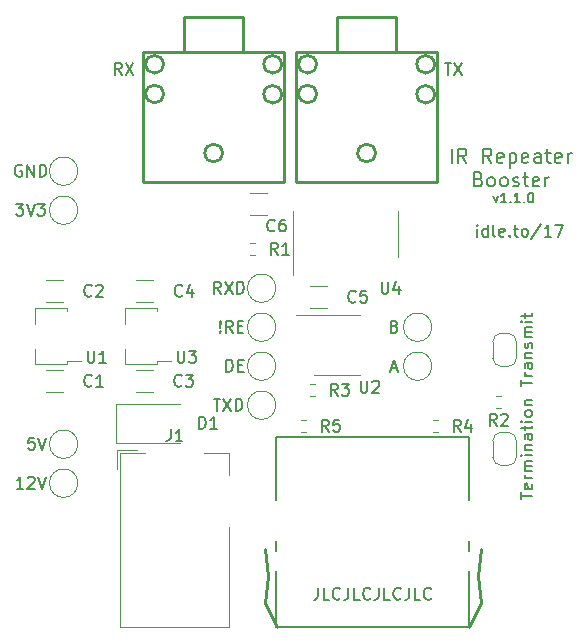
<source format=gbr>
%TF.GenerationSoftware,KiCad,Pcbnew,5.1.9-73d0e3b20d~88~ubuntu18.04.1*%
%TF.CreationDate,2021-03-21T00:17:26-07:00*%
%TF.ProjectId,ir-repeater-booster,69722d72-6570-4656-9174-65722d626f6f,1.1.0*%
%TF.SameCoordinates,Original*%
%TF.FileFunction,Legend,Top*%
%TF.FilePolarity,Positive*%
%FSLAX46Y46*%
G04 Gerber Fmt 4.6, Leading zero omitted, Abs format (unit mm)*
G04 Created by KiCad (PCBNEW 5.1.9-73d0e3b20d~88~ubuntu18.04.1) date 2021-03-21 00:17:26*
%MOMM*%
%LPD*%
G01*
G04 APERTURE LIST*
%ADD10C,0.150000*%
%ADD11C,0.200000*%
%ADD12C,0.120000*%
%ADD13C,0.254000*%
%ADD14C,0.201000*%
G04 APERTURE END LIST*
D10*
X101560761Y-65984380D02*
X101560761Y-65317714D01*
X101560761Y-64984380D02*
X101513142Y-65032000D01*
X101560761Y-65079619D01*
X101608380Y-65032000D01*
X101560761Y-64984380D01*
X101560761Y-65079619D01*
X102465523Y-65984380D02*
X102465523Y-64984380D01*
X102465523Y-65936761D02*
X102370285Y-65984380D01*
X102179809Y-65984380D01*
X102084571Y-65936761D01*
X102036952Y-65889142D01*
X101989333Y-65793904D01*
X101989333Y-65508190D01*
X102036952Y-65412952D01*
X102084571Y-65365333D01*
X102179809Y-65317714D01*
X102370285Y-65317714D01*
X102465523Y-65365333D01*
X103084571Y-65984380D02*
X102989333Y-65936761D01*
X102941714Y-65841523D01*
X102941714Y-64984380D01*
X103846476Y-65936761D02*
X103751238Y-65984380D01*
X103560761Y-65984380D01*
X103465523Y-65936761D01*
X103417904Y-65841523D01*
X103417904Y-65460571D01*
X103465523Y-65365333D01*
X103560761Y-65317714D01*
X103751238Y-65317714D01*
X103846476Y-65365333D01*
X103894095Y-65460571D01*
X103894095Y-65555809D01*
X103417904Y-65651047D01*
X104322666Y-65889142D02*
X104370285Y-65936761D01*
X104322666Y-65984380D01*
X104275047Y-65936761D01*
X104322666Y-65889142D01*
X104322666Y-65984380D01*
X104656000Y-65317714D02*
X105036952Y-65317714D01*
X104798857Y-64984380D02*
X104798857Y-65841523D01*
X104846476Y-65936761D01*
X104941714Y-65984380D01*
X105036952Y-65984380D01*
X105513142Y-65984380D02*
X105417904Y-65936761D01*
X105370285Y-65889142D01*
X105322666Y-65793904D01*
X105322666Y-65508190D01*
X105370285Y-65412952D01*
X105417904Y-65365333D01*
X105513142Y-65317714D01*
X105656000Y-65317714D01*
X105751238Y-65365333D01*
X105798857Y-65412952D01*
X105846476Y-65508190D01*
X105846476Y-65793904D01*
X105798857Y-65889142D01*
X105751238Y-65936761D01*
X105656000Y-65984380D01*
X105513142Y-65984380D01*
X106989333Y-64936761D02*
X106132190Y-66222476D01*
X107846476Y-65984380D02*
X107275047Y-65984380D01*
X107560761Y-65984380D02*
X107560761Y-64984380D01*
X107465523Y-65127238D01*
X107370285Y-65222476D01*
X107275047Y-65270095D01*
X108179809Y-64984380D02*
X108846476Y-64984380D01*
X108417904Y-65984380D01*
X88090952Y-95718380D02*
X88090952Y-96432666D01*
X88043333Y-96575523D01*
X87948095Y-96670761D01*
X87805238Y-96718380D01*
X87710000Y-96718380D01*
X89043333Y-96718380D02*
X88567142Y-96718380D01*
X88567142Y-95718380D01*
X89948095Y-96623142D02*
X89900476Y-96670761D01*
X89757619Y-96718380D01*
X89662380Y-96718380D01*
X89519523Y-96670761D01*
X89424285Y-96575523D01*
X89376666Y-96480285D01*
X89329047Y-96289809D01*
X89329047Y-96146952D01*
X89376666Y-95956476D01*
X89424285Y-95861238D01*
X89519523Y-95766000D01*
X89662380Y-95718380D01*
X89757619Y-95718380D01*
X89900476Y-95766000D01*
X89948095Y-95813619D01*
X90662380Y-95718380D02*
X90662380Y-96432666D01*
X90614761Y-96575523D01*
X90519523Y-96670761D01*
X90376666Y-96718380D01*
X90281428Y-96718380D01*
X91614761Y-96718380D02*
X91138571Y-96718380D01*
X91138571Y-95718380D01*
X92519523Y-96623142D02*
X92471904Y-96670761D01*
X92329047Y-96718380D01*
X92233809Y-96718380D01*
X92090952Y-96670761D01*
X91995714Y-96575523D01*
X91948095Y-96480285D01*
X91900476Y-96289809D01*
X91900476Y-96146952D01*
X91948095Y-95956476D01*
X91995714Y-95861238D01*
X92090952Y-95766000D01*
X92233809Y-95718380D01*
X92329047Y-95718380D01*
X92471904Y-95766000D01*
X92519523Y-95813619D01*
X93233809Y-95718380D02*
X93233809Y-96432666D01*
X93186190Y-96575523D01*
X93090952Y-96670761D01*
X92948095Y-96718380D01*
X92852857Y-96718380D01*
X94186190Y-96718380D02*
X93710000Y-96718380D01*
X93710000Y-95718380D01*
X95090952Y-96623142D02*
X95043333Y-96670761D01*
X94900476Y-96718380D01*
X94805238Y-96718380D01*
X94662380Y-96670761D01*
X94567142Y-96575523D01*
X94519523Y-96480285D01*
X94471904Y-96289809D01*
X94471904Y-96146952D01*
X94519523Y-95956476D01*
X94567142Y-95861238D01*
X94662380Y-95766000D01*
X94805238Y-95718380D01*
X94900476Y-95718380D01*
X95043333Y-95766000D01*
X95090952Y-95813619D01*
X95805238Y-95718380D02*
X95805238Y-96432666D01*
X95757619Y-96575523D01*
X95662380Y-96670761D01*
X95519523Y-96718380D01*
X95424285Y-96718380D01*
X96757619Y-96718380D02*
X96281428Y-96718380D01*
X96281428Y-95718380D01*
X97662380Y-96623142D02*
X97614761Y-96670761D01*
X97471904Y-96718380D01*
X97376666Y-96718380D01*
X97233809Y-96670761D01*
X97138571Y-96575523D01*
X97090952Y-96480285D01*
X97043333Y-96289809D01*
X97043333Y-96146952D01*
X97090952Y-95956476D01*
X97138571Y-95861238D01*
X97233809Y-95766000D01*
X97376666Y-95718380D01*
X97471904Y-95718380D01*
X97614761Y-95766000D01*
X97662380Y-95813619D01*
X102933714Y-62566571D02*
X103124190Y-63099904D01*
X103314666Y-62566571D01*
X104038476Y-63099904D02*
X103581333Y-63099904D01*
X103809904Y-63099904D02*
X103809904Y-62299904D01*
X103733714Y-62414190D01*
X103657523Y-62490380D01*
X103581333Y-62528476D01*
X104381333Y-63023714D02*
X104419428Y-63061809D01*
X104381333Y-63099904D01*
X104343238Y-63061809D01*
X104381333Y-63023714D01*
X104381333Y-63099904D01*
X105181333Y-63099904D02*
X104724190Y-63099904D01*
X104952761Y-63099904D02*
X104952761Y-62299904D01*
X104876571Y-62414190D01*
X104800380Y-62490380D01*
X104724190Y-62528476D01*
X105524190Y-63023714D02*
X105562285Y-63061809D01*
X105524190Y-63099904D01*
X105486095Y-63061809D01*
X105524190Y-63023714D01*
X105524190Y-63099904D01*
X106057523Y-62299904D02*
X106133714Y-62299904D01*
X106209904Y-62338000D01*
X106248000Y-62376095D01*
X106286095Y-62452285D01*
X106324190Y-62604666D01*
X106324190Y-62795142D01*
X106286095Y-62947523D01*
X106248000Y-63023714D01*
X106209904Y-63061809D01*
X106133714Y-63099904D01*
X106057523Y-63099904D01*
X105981333Y-63061809D01*
X105943238Y-63023714D01*
X105905142Y-62947523D01*
X105867047Y-62795142D01*
X105867047Y-62604666D01*
X105905142Y-62452285D01*
X105943238Y-62376095D01*
X105981333Y-62338000D01*
X106057523Y-62299904D01*
D11*
X99394000Y-59740857D02*
X99394000Y-58540857D01*
X100651142Y-59740857D02*
X100251142Y-59169428D01*
X99965428Y-59740857D02*
X99965428Y-58540857D01*
X100422571Y-58540857D01*
X100536857Y-58598000D01*
X100594000Y-58655142D01*
X100651142Y-58769428D01*
X100651142Y-58940857D01*
X100594000Y-59055142D01*
X100536857Y-59112285D01*
X100422571Y-59169428D01*
X99965428Y-59169428D01*
X102765428Y-59740857D02*
X102365428Y-59169428D01*
X102079714Y-59740857D02*
X102079714Y-58540857D01*
X102536857Y-58540857D01*
X102651142Y-58598000D01*
X102708285Y-58655142D01*
X102765428Y-58769428D01*
X102765428Y-58940857D01*
X102708285Y-59055142D01*
X102651142Y-59112285D01*
X102536857Y-59169428D01*
X102079714Y-59169428D01*
X103736857Y-59683714D02*
X103622571Y-59740857D01*
X103394000Y-59740857D01*
X103279714Y-59683714D01*
X103222571Y-59569428D01*
X103222571Y-59112285D01*
X103279714Y-58998000D01*
X103394000Y-58940857D01*
X103622571Y-58940857D01*
X103736857Y-58998000D01*
X103794000Y-59112285D01*
X103794000Y-59226571D01*
X103222571Y-59340857D01*
X104308285Y-58940857D02*
X104308285Y-60140857D01*
X104308285Y-58998000D02*
X104422571Y-58940857D01*
X104651142Y-58940857D01*
X104765428Y-58998000D01*
X104822571Y-59055142D01*
X104879714Y-59169428D01*
X104879714Y-59512285D01*
X104822571Y-59626571D01*
X104765428Y-59683714D01*
X104651142Y-59740857D01*
X104422571Y-59740857D01*
X104308285Y-59683714D01*
X105851142Y-59683714D02*
X105736857Y-59740857D01*
X105508285Y-59740857D01*
X105394000Y-59683714D01*
X105336857Y-59569428D01*
X105336857Y-59112285D01*
X105394000Y-58998000D01*
X105508285Y-58940857D01*
X105736857Y-58940857D01*
X105851142Y-58998000D01*
X105908285Y-59112285D01*
X105908285Y-59226571D01*
X105336857Y-59340857D01*
X106936857Y-59740857D02*
X106936857Y-59112285D01*
X106879714Y-58998000D01*
X106765428Y-58940857D01*
X106536857Y-58940857D01*
X106422571Y-58998000D01*
X106936857Y-59683714D02*
X106822571Y-59740857D01*
X106536857Y-59740857D01*
X106422571Y-59683714D01*
X106365428Y-59569428D01*
X106365428Y-59455142D01*
X106422571Y-59340857D01*
X106536857Y-59283714D01*
X106822571Y-59283714D01*
X106936857Y-59226571D01*
X107336857Y-58940857D02*
X107794000Y-58940857D01*
X107508285Y-58540857D02*
X107508285Y-59569428D01*
X107565428Y-59683714D01*
X107679714Y-59740857D01*
X107794000Y-59740857D01*
X108651142Y-59683714D02*
X108536857Y-59740857D01*
X108308285Y-59740857D01*
X108194000Y-59683714D01*
X108136857Y-59569428D01*
X108136857Y-59112285D01*
X108194000Y-58998000D01*
X108308285Y-58940857D01*
X108536857Y-58940857D01*
X108651142Y-58998000D01*
X108708285Y-59112285D01*
X108708285Y-59226571D01*
X108136857Y-59340857D01*
X109222571Y-59740857D02*
X109222571Y-58940857D01*
X109222571Y-59169428D02*
X109279714Y-59055142D01*
X109336857Y-58998000D01*
X109451142Y-58940857D01*
X109565428Y-58940857D01*
X101679714Y-61112285D02*
X101851142Y-61169428D01*
X101908285Y-61226571D01*
X101965428Y-61340857D01*
X101965428Y-61512285D01*
X101908285Y-61626571D01*
X101851142Y-61683714D01*
X101736857Y-61740857D01*
X101279714Y-61740857D01*
X101279714Y-60540857D01*
X101679714Y-60540857D01*
X101794000Y-60598000D01*
X101851142Y-60655142D01*
X101908285Y-60769428D01*
X101908285Y-60883714D01*
X101851142Y-60998000D01*
X101794000Y-61055142D01*
X101679714Y-61112285D01*
X101279714Y-61112285D01*
X102651142Y-61740857D02*
X102536857Y-61683714D01*
X102479714Y-61626571D01*
X102422571Y-61512285D01*
X102422571Y-61169428D01*
X102479714Y-61055142D01*
X102536857Y-60998000D01*
X102651142Y-60940857D01*
X102822571Y-60940857D01*
X102936857Y-60998000D01*
X102994000Y-61055142D01*
X103051142Y-61169428D01*
X103051142Y-61512285D01*
X102994000Y-61626571D01*
X102936857Y-61683714D01*
X102822571Y-61740857D01*
X102651142Y-61740857D01*
X103736857Y-61740857D02*
X103622571Y-61683714D01*
X103565428Y-61626571D01*
X103508285Y-61512285D01*
X103508285Y-61169428D01*
X103565428Y-61055142D01*
X103622571Y-60998000D01*
X103736857Y-60940857D01*
X103908285Y-60940857D01*
X104022571Y-60998000D01*
X104079714Y-61055142D01*
X104136857Y-61169428D01*
X104136857Y-61512285D01*
X104079714Y-61626571D01*
X104022571Y-61683714D01*
X103908285Y-61740857D01*
X103736857Y-61740857D01*
X104594000Y-61683714D02*
X104708285Y-61740857D01*
X104936857Y-61740857D01*
X105051142Y-61683714D01*
X105108285Y-61569428D01*
X105108285Y-61512285D01*
X105051142Y-61398000D01*
X104936857Y-61340857D01*
X104765428Y-61340857D01*
X104651142Y-61283714D01*
X104594000Y-61169428D01*
X104594000Y-61112285D01*
X104651142Y-60998000D01*
X104765428Y-60940857D01*
X104936857Y-60940857D01*
X105051142Y-60998000D01*
X105451142Y-60940857D02*
X105908285Y-60940857D01*
X105622571Y-60540857D02*
X105622571Y-61569428D01*
X105679714Y-61683714D01*
X105794000Y-61740857D01*
X105908285Y-61740857D01*
X106765428Y-61683714D02*
X106651142Y-61740857D01*
X106422571Y-61740857D01*
X106308285Y-61683714D01*
X106251142Y-61569428D01*
X106251142Y-61112285D01*
X106308285Y-60998000D01*
X106422571Y-60940857D01*
X106651142Y-60940857D01*
X106765428Y-60998000D01*
X106822571Y-61112285D01*
X106822571Y-61226571D01*
X106251142Y-61340857D01*
X107336857Y-61740857D02*
X107336857Y-60940857D01*
X107336857Y-61169428D02*
X107394000Y-61055142D01*
X107451142Y-60998000D01*
X107565428Y-60940857D01*
X107679714Y-60940857D01*
D10*
X71461333Y-52268380D02*
X71128000Y-51792190D01*
X70889904Y-52268380D02*
X70889904Y-51268380D01*
X71270857Y-51268380D01*
X71366095Y-51316000D01*
X71413714Y-51363619D01*
X71461333Y-51458857D01*
X71461333Y-51601714D01*
X71413714Y-51696952D01*
X71366095Y-51744571D01*
X71270857Y-51792190D01*
X70889904Y-51792190D01*
X71794666Y-51268380D02*
X72461333Y-52268380D01*
X72461333Y-51268380D02*
X71794666Y-52268380D01*
X98806095Y-51268380D02*
X99377523Y-51268380D01*
X99091809Y-52268380D02*
X99091809Y-51268380D01*
X99615619Y-51268380D02*
X100282285Y-52268380D01*
X100282285Y-51268380D02*
X99615619Y-52268380D01*
D12*
%TO.C,C6*%
X83769252Y-64156000D02*
X82346748Y-64156000D01*
X83769252Y-62336000D02*
X82346748Y-62336000D01*
%TO.C,U4*%
X94859000Y-65786000D02*
X94859000Y-63836000D01*
X94859000Y-65786000D02*
X94859000Y-67736000D01*
X85989000Y-65786000D02*
X85989000Y-63836000D01*
X85989000Y-65786000D02*
X85989000Y-69236000D01*
%TO.C,R5*%
X86630742Y-81519500D02*
X87105258Y-81519500D01*
X86630742Y-82564500D02*
X87105258Y-82564500D01*
%TO.C,R4*%
X97806742Y-81519500D02*
X98281258Y-81519500D01*
X97806742Y-82564500D02*
X98281258Y-82564500D01*
D13*
%TO.C,RX1*%
X81763000Y-47368000D02*
X81763000Y-50368000D01*
X76763000Y-47368000D02*
X81763000Y-47368000D01*
X76763000Y-50368000D02*
X76763000Y-47368000D01*
X85242000Y-61391000D02*
X85242000Y-50391000D01*
X73242000Y-61391000D02*
X85242000Y-61391000D01*
X73242000Y-50391000D02*
X73242000Y-61391000D01*
X85242000Y-50391000D02*
X73242000Y-50391000D01*
X79996994Y-58912302D02*
G75*
G03*
X79997000Y-58925000I-749994J-6698D01*
G01*
X74999008Y-53906763D02*
G75*
G03*
X74999000Y-53922000I-750008J-7237D01*
G01*
X74998994Y-51391302D02*
G75*
G03*
X74999000Y-51404000I-749994J-6698D01*
G01*
X84998994Y-53931302D02*
G75*
G03*
X84999000Y-53944000I-749994J-6698D01*
G01*
X84998994Y-51391302D02*
G75*
G03*
X84999000Y-51404000I-749994J-6698D01*
G01*
%TO.C,TX1*%
X94715000Y-47368000D02*
X94715000Y-50368000D01*
X89715000Y-47368000D02*
X94715000Y-47368000D01*
X89715000Y-50368000D02*
X89715000Y-47368000D01*
X98194000Y-61391000D02*
X98194000Y-50391000D01*
X86194000Y-61391000D02*
X98194000Y-61391000D01*
X86194000Y-50391000D02*
X86194000Y-61391000D01*
X98194000Y-50391000D02*
X86194000Y-50391000D01*
X92948994Y-58912302D02*
G75*
G03*
X92949000Y-58925000I-749994J-6698D01*
G01*
X87951008Y-53906763D02*
G75*
G03*
X87951000Y-53922000I-750008J-7237D01*
G01*
X87950994Y-51391302D02*
G75*
G03*
X87951000Y-51404000I-749994J-6698D01*
G01*
X97950994Y-53931302D02*
G75*
G03*
X97951000Y-53944000I-749994J-6698D01*
G01*
X97950994Y-51391302D02*
G75*
G03*
X97951000Y-51404000I-749994J-6698D01*
G01*
D12*
%TO.C,TP10*%
X67748000Y-60452000D02*
G75*
G03*
X67748000Y-60452000I-1200000J0D01*
G01*
%TO.C,C5*%
X88849252Y-72030000D02*
X87426748Y-72030000D01*
X88849252Y-70210000D02*
X87426748Y-70210000D01*
%TO.C,J1*%
X80546000Y-90544000D02*
X80546000Y-99044000D01*
X80546000Y-99044000D02*
X71346000Y-99044000D01*
X71346000Y-99044000D02*
X71346000Y-84344000D01*
X78446000Y-84344000D02*
X80546000Y-84344000D01*
X80546000Y-84344000D02*
X80546000Y-86144000D01*
X72746000Y-84044000D02*
X71046000Y-84044000D01*
X71046000Y-84044000D02*
X71046000Y-85644000D01*
X71346000Y-84344000D02*
X73446000Y-84344000D01*
%TO.C,TP9*%
X67748000Y-63754000D02*
G75*
G03*
X67748000Y-63754000I-1200000J0D01*
G01*
%TO.C,TP8*%
X67748000Y-83566000D02*
G75*
G03*
X67748000Y-83566000I-1200000J0D01*
G01*
%TO.C,TP7*%
X67748000Y-86868000D02*
G75*
G03*
X67748000Y-86868000I-1200000J0D01*
G01*
%TO.C,TP6*%
X97720000Y-73660000D02*
G75*
G03*
X97720000Y-73660000I-1200000J0D01*
G01*
%TO.C,TP5*%
X97720000Y-76962000D02*
G75*
G03*
X97720000Y-76962000I-1200000J0D01*
G01*
%TO.C,TP4*%
X84512000Y-80264000D02*
G75*
G03*
X84512000Y-80264000I-1200000J0D01*
G01*
%TO.C,TP3*%
X84512000Y-70358000D02*
G75*
G03*
X84512000Y-70358000I-1200000J0D01*
G01*
%TO.C,TP2*%
X84512000Y-76962000D02*
G75*
G03*
X84512000Y-76962000I-1200000J0D01*
G01*
%TO.C,TP1*%
X84512000Y-73660000D02*
G75*
G03*
X84512000Y-73660000I-1200000J0D01*
G01*
%TO.C,U3*%
X71746000Y-73372000D02*
X71746000Y-72062000D01*
X71746000Y-72062000D02*
X74466000Y-72062000D01*
X75606000Y-76552000D02*
X74466000Y-76552000D01*
X71746000Y-76782000D02*
X71746000Y-75472000D01*
X74466000Y-76782000D02*
X71746000Y-76782000D01*
X74466000Y-76782000D02*
X74466000Y-76552000D01*
X74466000Y-72062000D02*
X74466000Y-72292000D01*
%TO.C,U2*%
X89662000Y-77744000D02*
X91612000Y-77744000D01*
X89662000Y-77744000D02*
X87712000Y-77744000D01*
X89662000Y-72624000D02*
X91612000Y-72624000D01*
X89662000Y-72624000D02*
X86212000Y-72624000D01*
%TO.C,U1*%
X64126000Y-73372000D02*
X64126000Y-72062000D01*
X64126000Y-72062000D02*
X66846000Y-72062000D01*
X67986000Y-76552000D02*
X66846000Y-76552000D01*
X64126000Y-76782000D02*
X64126000Y-75472000D01*
X66846000Y-76782000D02*
X64126000Y-76782000D01*
X66846000Y-76782000D02*
X66846000Y-76552000D01*
X66846000Y-72062000D02*
X66846000Y-72292000D01*
%TO.C,R3*%
X87392742Y-78471500D02*
X87867258Y-78471500D01*
X87392742Y-79516500D02*
X87867258Y-79516500D01*
%TO.C,R2*%
X103615258Y-80532500D02*
X103140742Y-80532500D01*
X103615258Y-79487500D02*
X103140742Y-79487500D01*
%TO.C,R1*%
X82312742Y-66533500D02*
X82787258Y-66533500D01*
X82312742Y-67578500D02*
X82787258Y-67578500D01*
%TO.C,JP2*%
X104186000Y-76980000D02*
X103586000Y-76980000D01*
X104886000Y-74880000D02*
X104886000Y-76280000D01*
X103586000Y-74180000D02*
X104186000Y-74180000D01*
X102886000Y-76280000D02*
X102886000Y-74880000D01*
X103586000Y-76980000D02*
G75*
G02*
X102886000Y-76280000I0J700000D01*
G01*
X104886000Y-76280000D02*
G75*
G02*
X104186000Y-76980000I-700000J0D01*
G01*
X104186000Y-74180000D02*
G75*
G02*
X104886000Y-74880000I0J-700000D01*
G01*
X102886000Y-74880000D02*
G75*
G02*
X103586000Y-74180000I700000J0D01*
G01*
%TO.C,JP1*%
X104186000Y-85362000D02*
X103586000Y-85362000D01*
X104886000Y-83262000D02*
X104886000Y-84662000D01*
X103586000Y-82562000D02*
X104186000Y-82562000D01*
X102886000Y-84662000D02*
X102886000Y-83262000D01*
X103586000Y-85362000D02*
G75*
G02*
X102886000Y-84662000I0J700000D01*
G01*
X104886000Y-84662000D02*
G75*
G02*
X104186000Y-85362000I-700000J0D01*
G01*
X104186000Y-82562000D02*
G75*
G02*
X104886000Y-83262000I0J-700000D01*
G01*
X102886000Y-83262000D02*
G75*
G02*
X103586000Y-82562000I700000J0D01*
G01*
D14*
%TO.C,J2*%
X84526000Y-92616000D02*
X84526000Y-91758000D01*
X100907000Y-88311000D02*
X100907000Y-82995000D01*
X100907000Y-82995000D02*
X99380000Y-82995000D01*
X84526000Y-88311000D02*
X84526000Y-82995000D01*
X84526000Y-82995000D02*
X88344000Y-82995000D01*
X100907000Y-92616000D02*
X100907000Y-91758000D01*
X100907000Y-94310000D02*
X100907000Y-99057000D01*
X100907000Y-99057000D02*
X84526000Y-99057000D01*
X84526000Y-99057000D02*
X84526000Y-94310000D01*
X99652000Y-82995000D02*
X88102000Y-82995000D01*
D13*
X84582000Y-99057000D02*
X83566000Y-97025000D01*
X83566000Y-97025000D02*
X83820000Y-94739000D01*
X83820000Y-94739000D02*
X83566000Y-92453000D01*
X100838000Y-99057000D02*
X101854000Y-97025000D01*
X101854000Y-97025000D02*
X101600000Y-94739000D01*
X101600000Y-94739000D02*
X101854000Y-92453000D01*
D12*
%TO.C,D1*%
X71022000Y-80138000D02*
X71022000Y-83438000D01*
X71022000Y-83438000D02*
X76422000Y-83438000D01*
X71022000Y-80138000D02*
X76422000Y-80138000D01*
%TO.C,C4*%
X74117252Y-71522000D02*
X72694748Y-71522000D01*
X74117252Y-69702000D02*
X72694748Y-69702000D01*
%TO.C,C3*%
X72694748Y-77322000D02*
X74117252Y-77322000D01*
X72694748Y-79142000D02*
X74117252Y-79142000D01*
%TO.C,C2*%
X66497252Y-71522000D02*
X65074748Y-71522000D01*
X66497252Y-69702000D02*
X65074748Y-69702000D01*
%TO.C,C1*%
X65074748Y-77322000D02*
X66497252Y-77322000D01*
X65074748Y-79142000D02*
X66497252Y-79142000D01*
%TO.C,C6*%
D10*
X84415333Y-65453142D02*
X84367714Y-65500761D01*
X84224857Y-65548380D01*
X84129619Y-65548380D01*
X83986761Y-65500761D01*
X83891523Y-65405523D01*
X83843904Y-65310285D01*
X83796285Y-65119809D01*
X83796285Y-64976952D01*
X83843904Y-64786476D01*
X83891523Y-64691238D01*
X83986761Y-64596000D01*
X84129619Y-64548380D01*
X84224857Y-64548380D01*
X84367714Y-64596000D01*
X84415333Y-64643619D01*
X85272476Y-64548380D02*
X85082000Y-64548380D01*
X84986761Y-64596000D01*
X84939142Y-64643619D01*
X84843904Y-64786476D01*
X84796285Y-64976952D01*
X84796285Y-65357904D01*
X84843904Y-65453142D01*
X84891523Y-65500761D01*
X84986761Y-65548380D01*
X85177238Y-65548380D01*
X85272476Y-65500761D01*
X85320095Y-65453142D01*
X85367714Y-65357904D01*
X85367714Y-65119809D01*
X85320095Y-65024571D01*
X85272476Y-64976952D01*
X85177238Y-64929333D01*
X84986761Y-64929333D01*
X84891523Y-64976952D01*
X84843904Y-65024571D01*
X84796285Y-65119809D01*
%TO.C,U4*%
X93472095Y-69810380D02*
X93472095Y-70619904D01*
X93519714Y-70715142D01*
X93567333Y-70762761D01*
X93662571Y-70810380D01*
X93853047Y-70810380D01*
X93948285Y-70762761D01*
X93995904Y-70715142D01*
X94043523Y-70619904D01*
X94043523Y-69810380D01*
X94948285Y-70143714D02*
X94948285Y-70810380D01*
X94710190Y-69762761D02*
X94472095Y-70477047D01*
X95091142Y-70477047D01*
%TO.C,R5*%
X88987333Y-82494380D02*
X88654000Y-82018190D01*
X88415904Y-82494380D02*
X88415904Y-81494380D01*
X88796857Y-81494380D01*
X88892095Y-81542000D01*
X88939714Y-81589619D01*
X88987333Y-81684857D01*
X88987333Y-81827714D01*
X88939714Y-81922952D01*
X88892095Y-81970571D01*
X88796857Y-82018190D01*
X88415904Y-82018190D01*
X89892095Y-81494380D02*
X89415904Y-81494380D01*
X89368285Y-81970571D01*
X89415904Y-81922952D01*
X89511142Y-81875333D01*
X89749238Y-81875333D01*
X89844476Y-81922952D01*
X89892095Y-81970571D01*
X89939714Y-82065809D01*
X89939714Y-82303904D01*
X89892095Y-82399142D01*
X89844476Y-82446761D01*
X89749238Y-82494380D01*
X89511142Y-82494380D01*
X89415904Y-82446761D01*
X89368285Y-82399142D01*
%TO.C,R4*%
X100163333Y-82494380D02*
X99830000Y-82018190D01*
X99591904Y-82494380D02*
X99591904Y-81494380D01*
X99972857Y-81494380D01*
X100068095Y-81542000D01*
X100115714Y-81589619D01*
X100163333Y-81684857D01*
X100163333Y-81827714D01*
X100115714Y-81922952D01*
X100068095Y-81970571D01*
X99972857Y-82018190D01*
X99591904Y-82018190D01*
X101020476Y-81827714D02*
X101020476Y-82494380D01*
X100782380Y-81446761D02*
X100544285Y-82161047D01*
X101163333Y-82161047D01*
%TO.C,TP10*%
X62992095Y-59952000D02*
X62896857Y-59904380D01*
X62754000Y-59904380D01*
X62611142Y-59952000D01*
X62515904Y-60047238D01*
X62468285Y-60142476D01*
X62420666Y-60332952D01*
X62420666Y-60475809D01*
X62468285Y-60666285D01*
X62515904Y-60761523D01*
X62611142Y-60856761D01*
X62754000Y-60904380D01*
X62849238Y-60904380D01*
X62992095Y-60856761D01*
X63039714Y-60809142D01*
X63039714Y-60475809D01*
X62849238Y-60475809D01*
X63468285Y-60904380D02*
X63468285Y-59904380D01*
X64039714Y-60904380D01*
X64039714Y-59904380D01*
X64515904Y-60904380D02*
X64515904Y-59904380D01*
X64754000Y-59904380D01*
X64896857Y-59952000D01*
X64992095Y-60047238D01*
X65039714Y-60142476D01*
X65087333Y-60332952D01*
X65087333Y-60475809D01*
X65039714Y-60666285D01*
X64992095Y-60761523D01*
X64896857Y-60856761D01*
X64754000Y-60904380D01*
X64515904Y-60904380D01*
%TO.C,C5*%
X91273333Y-71477142D02*
X91225714Y-71524761D01*
X91082857Y-71572380D01*
X90987619Y-71572380D01*
X90844761Y-71524761D01*
X90749523Y-71429523D01*
X90701904Y-71334285D01*
X90654285Y-71143809D01*
X90654285Y-71000952D01*
X90701904Y-70810476D01*
X90749523Y-70715238D01*
X90844761Y-70620000D01*
X90987619Y-70572380D01*
X91082857Y-70572380D01*
X91225714Y-70620000D01*
X91273333Y-70667619D01*
X92178095Y-70572380D02*
X91701904Y-70572380D01*
X91654285Y-71048571D01*
X91701904Y-71000952D01*
X91797142Y-70953333D01*
X92035238Y-70953333D01*
X92130476Y-71000952D01*
X92178095Y-71048571D01*
X92225714Y-71143809D01*
X92225714Y-71381904D01*
X92178095Y-71477142D01*
X92130476Y-71524761D01*
X92035238Y-71572380D01*
X91797142Y-71572380D01*
X91701904Y-71524761D01*
X91654285Y-71477142D01*
%TO.C,J1*%
X75612666Y-82296380D02*
X75612666Y-83010666D01*
X75565047Y-83153523D01*
X75469809Y-83248761D01*
X75326952Y-83296380D01*
X75231714Y-83296380D01*
X76612666Y-83296380D02*
X76041238Y-83296380D01*
X76326952Y-83296380D02*
X76326952Y-82296380D01*
X76231714Y-82439238D01*
X76136476Y-82534476D01*
X76041238Y-82582095D01*
%TO.C,TP9*%
X62515904Y-63206380D02*
X63134952Y-63206380D01*
X62801619Y-63587333D01*
X62944476Y-63587333D01*
X63039714Y-63634952D01*
X63087333Y-63682571D01*
X63134952Y-63777809D01*
X63134952Y-64015904D01*
X63087333Y-64111142D01*
X63039714Y-64158761D01*
X62944476Y-64206380D01*
X62658761Y-64206380D01*
X62563523Y-64158761D01*
X62515904Y-64111142D01*
X63420666Y-63206380D02*
X63754000Y-64206380D01*
X64087333Y-63206380D01*
X64325428Y-63206380D02*
X64944476Y-63206380D01*
X64611142Y-63587333D01*
X64754000Y-63587333D01*
X64849238Y-63634952D01*
X64896857Y-63682571D01*
X64944476Y-63777809D01*
X64944476Y-64015904D01*
X64896857Y-64111142D01*
X64849238Y-64158761D01*
X64754000Y-64206380D01*
X64468285Y-64206380D01*
X64373047Y-64158761D01*
X64325428Y-64111142D01*
%TO.C,TP8*%
X64071523Y-83018380D02*
X63595333Y-83018380D01*
X63547714Y-83494571D01*
X63595333Y-83446952D01*
X63690571Y-83399333D01*
X63928666Y-83399333D01*
X64023904Y-83446952D01*
X64071523Y-83494571D01*
X64119142Y-83589809D01*
X64119142Y-83827904D01*
X64071523Y-83923142D01*
X64023904Y-83970761D01*
X63928666Y-84018380D01*
X63690571Y-84018380D01*
X63595333Y-83970761D01*
X63547714Y-83923142D01*
X64404857Y-83018380D02*
X64738190Y-84018380D01*
X65071523Y-83018380D01*
%TO.C,TP7*%
X63134952Y-87320380D02*
X62563523Y-87320380D01*
X62849238Y-87320380D02*
X62849238Y-86320380D01*
X62754000Y-86463238D01*
X62658761Y-86558476D01*
X62563523Y-86606095D01*
X63515904Y-86415619D02*
X63563523Y-86368000D01*
X63658761Y-86320380D01*
X63896857Y-86320380D01*
X63992095Y-86368000D01*
X64039714Y-86415619D01*
X64087333Y-86510857D01*
X64087333Y-86606095D01*
X64039714Y-86748952D01*
X63468285Y-87320380D01*
X64087333Y-87320380D01*
X64373047Y-86320380D02*
X64706380Y-87320380D01*
X65039714Y-86320380D01*
%TO.C,TP6*%
X94559428Y-73588571D02*
X94702285Y-73636190D01*
X94749904Y-73683809D01*
X94797523Y-73779047D01*
X94797523Y-73921904D01*
X94749904Y-74017142D01*
X94702285Y-74064761D01*
X94607047Y-74112380D01*
X94226095Y-74112380D01*
X94226095Y-73112380D01*
X94559428Y-73112380D01*
X94654666Y-73160000D01*
X94702285Y-73207619D01*
X94749904Y-73302857D01*
X94749904Y-73398095D01*
X94702285Y-73493333D01*
X94654666Y-73540952D01*
X94559428Y-73588571D01*
X94226095Y-73588571D01*
%TO.C,TP5*%
X94249904Y-77128666D02*
X94726095Y-77128666D01*
X94154666Y-77414380D02*
X94488000Y-76414380D01*
X94821333Y-77414380D01*
%TO.C,TP4*%
X79256095Y-79716380D02*
X79827523Y-79716380D01*
X79541809Y-80716380D02*
X79541809Y-79716380D01*
X80065619Y-79716380D02*
X80732285Y-80716380D01*
X80732285Y-79716380D02*
X80065619Y-80716380D01*
X81113238Y-80716380D02*
X81113238Y-79716380D01*
X81351333Y-79716380D01*
X81494190Y-79764000D01*
X81589428Y-79859238D01*
X81637047Y-79954476D01*
X81684666Y-80144952D01*
X81684666Y-80287809D01*
X81637047Y-80478285D01*
X81589428Y-80573523D01*
X81494190Y-80668761D01*
X81351333Y-80716380D01*
X81113238Y-80716380D01*
%TO.C,TP3*%
X79851333Y-70810380D02*
X79518000Y-70334190D01*
X79279904Y-70810380D02*
X79279904Y-69810380D01*
X79660857Y-69810380D01*
X79756095Y-69858000D01*
X79803714Y-69905619D01*
X79851333Y-70000857D01*
X79851333Y-70143714D01*
X79803714Y-70238952D01*
X79756095Y-70286571D01*
X79660857Y-70334190D01*
X79279904Y-70334190D01*
X80184666Y-69810380D02*
X80851333Y-70810380D01*
X80851333Y-69810380D02*
X80184666Y-70810380D01*
X81232285Y-70810380D02*
X81232285Y-69810380D01*
X81470380Y-69810380D01*
X81613238Y-69858000D01*
X81708476Y-69953238D01*
X81756095Y-70048476D01*
X81803714Y-70238952D01*
X81803714Y-70381809D01*
X81756095Y-70572285D01*
X81708476Y-70667523D01*
X81613238Y-70762761D01*
X81470380Y-70810380D01*
X81232285Y-70810380D01*
%TO.C,TP2*%
X80311714Y-77414380D02*
X80311714Y-76414380D01*
X80549809Y-76414380D01*
X80692666Y-76462000D01*
X80787904Y-76557238D01*
X80835523Y-76652476D01*
X80883142Y-76842952D01*
X80883142Y-76985809D01*
X80835523Y-77176285D01*
X80787904Y-77271523D01*
X80692666Y-77366761D01*
X80549809Y-77414380D01*
X80311714Y-77414380D01*
X81311714Y-76890571D02*
X81645047Y-76890571D01*
X81787904Y-77414380D02*
X81311714Y-77414380D01*
X81311714Y-76414380D01*
X81787904Y-76414380D01*
%TO.C,TP1*%
X79819619Y-74017142D02*
X79867238Y-74064761D01*
X79819619Y-74112380D01*
X79772000Y-74064761D01*
X79819619Y-74017142D01*
X79819619Y-74112380D01*
X79819619Y-73731428D02*
X79772000Y-73160000D01*
X79819619Y-73112380D01*
X79867238Y-73160000D01*
X79819619Y-73731428D01*
X79819619Y-73112380D01*
X80867238Y-74112380D02*
X80533904Y-73636190D01*
X80295809Y-74112380D02*
X80295809Y-73112380D01*
X80676761Y-73112380D01*
X80772000Y-73160000D01*
X80819619Y-73207619D01*
X80867238Y-73302857D01*
X80867238Y-73445714D01*
X80819619Y-73540952D01*
X80772000Y-73588571D01*
X80676761Y-73636190D01*
X80295809Y-73636190D01*
X81295809Y-73588571D02*
X81629142Y-73588571D01*
X81772000Y-74112380D02*
X81295809Y-74112380D01*
X81295809Y-73112380D01*
X81772000Y-73112380D01*
%TO.C,U3*%
X76200095Y-75652380D02*
X76200095Y-76461904D01*
X76247714Y-76557142D01*
X76295333Y-76604761D01*
X76390571Y-76652380D01*
X76581047Y-76652380D01*
X76676285Y-76604761D01*
X76723904Y-76557142D01*
X76771523Y-76461904D01*
X76771523Y-75652380D01*
X77152476Y-75652380D02*
X77771523Y-75652380D01*
X77438190Y-76033333D01*
X77581047Y-76033333D01*
X77676285Y-76080952D01*
X77723904Y-76128571D01*
X77771523Y-76223809D01*
X77771523Y-76461904D01*
X77723904Y-76557142D01*
X77676285Y-76604761D01*
X77581047Y-76652380D01*
X77295333Y-76652380D01*
X77200095Y-76604761D01*
X77152476Y-76557142D01*
%TO.C,U2*%
X91694095Y-78192380D02*
X91694095Y-79001904D01*
X91741714Y-79097142D01*
X91789333Y-79144761D01*
X91884571Y-79192380D01*
X92075047Y-79192380D01*
X92170285Y-79144761D01*
X92217904Y-79097142D01*
X92265523Y-79001904D01*
X92265523Y-78192380D01*
X92694095Y-78287619D02*
X92741714Y-78240000D01*
X92836952Y-78192380D01*
X93075047Y-78192380D01*
X93170285Y-78240000D01*
X93217904Y-78287619D01*
X93265523Y-78382857D01*
X93265523Y-78478095D01*
X93217904Y-78620952D01*
X92646476Y-79192380D01*
X93265523Y-79192380D01*
%TO.C,U1*%
X68580095Y-75652380D02*
X68580095Y-76461904D01*
X68627714Y-76557142D01*
X68675333Y-76604761D01*
X68770571Y-76652380D01*
X68961047Y-76652380D01*
X69056285Y-76604761D01*
X69103904Y-76557142D01*
X69151523Y-76461904D01*
X69151523Y-75652380D01*
X70151523Y-76652380D02*
X69580095Y-76652380D01*
X69865809Y-76652380D02*
X69865809Y-75652380D01*
X69770571Y-75795238D01*
X69675333Y-75890476D01*
X69580095Y-75938095D01*
%TO.C,R3*%
X89749333Y-79446380D02*
X89416000Y-78970190D01*
X89177904Y-79446380D02*
X89177904Y-78446380D01*
X89558857Y-78446380D01*
X89654095Y-78494000D01*
X89701714Y-78541619D01*
X89749333Y-78636857D01*
X89749333Y-78779714D01*
X89701714Y-78874952D01*
X89654095Y-78922571D01*
X89558857Y-78970190D01*
X89177904Y-78970190D01*
X90082666Y-78446380D02*
X90701714Y-78446380D01*
X90368380Y-78827333D01*
X90511238Y-78827333D01*
X90606476Y-78874952D01*
X90654095Y-78922571D01*
X90701714Y-79017809D01*
X90701714Y-79255904D01*
X90654095Y-79351142D01*
X90606476Y-79398761D01*
X90511238Y-79446380D01*
X90225523Y-79446380D01*
X90130285Y-79398761D01*
X90082666Y-79351142D01*
%TO.C,R2*%
X103211333Y-81986380D02*
X102878000Y-81510190D01*
X102639904Y-81986380D02*
X102639904Y-80986380D01*
X103020857Y-80986380D01*
X103116095Y-81034000D01*
X103163714Y-81081619D01*
X103211333Y-81176857D01*
X103211333Y-81319714D01*
X103163714Y-81414952D01*
X103116095Y-81462571D01*
X103020857Y-81510190D01*
X102639904Y-81510190D01*
X103592285Y-81081619D02*
X103639904Y-81034000D01*
X103735142Y-80986380D01*
X103973238Y-80986380D01*
X104068476Y-81034000D01*
X104116095Y-81081619D01*
X104163714Y-81176857D01*
X104163714Y-81272095D01*
X104116095Y-81414952D01*
X103544666Y-81986380D01*
X104163714Y-81986380D01*
%TO.C,R1*%
X84669333Y-67508380D02*
X84336000Y-67032190D01*
X84097904Y-67508380D02*
X84097904Y-66508380D01*
X84478857Y-66508380D01*
X84574095Y-66556000D01*
X84621714Y-66603619D01*
X84669333Y-66698857D01*
X84669333Y-66841714D01*
X84621714Y-66936952D01*
X84574095Y-66984571D01*
X84478857Y-67032190D01*
X84097904Y-67032190D01*
X85621714Y-67508380D02*
X85050285Y-67508380D01*
X85336000Y-67508380D02*
X85336000Y-66508380D01*
X85240761Y-66651238D01*
X85145523Y-66746476D01*
X85050285Y-66794095D01*
%TO.C,JP2*%
X105238380Y-78675238D02*
X105238380Y-78103809D01*
X106238380Y-78389523D02*
X105238380Y-78389523D01*
X106238380Y-77770476D02*
X105571714Y-77770476D01*
X105762190Y-77770476D02*
X105666952Y-77722857D01*
X105619333Y-77675238D01*
X105571714Y-77580000D01*
X105571714Y-77484761D01*
X106238380Y-76722857D02*
X105714571Y-76722857D01*
X105619333Y-76770476D01*
X105571714Y-76865714D01*
X105571714Y-77056190D01*
X105619333Y-77151428D01*
X106190761Y-76722857D02*
X106238380Y-76818095D01*
X106238380Y-77056190D01*
X106190761Y-77151428D01*
X106095523Y-77199047D01*
X106000285Y-77199047D01*
X105905047Y-77151428D01*
X105857428Y-77056190D01*
X105857428Y-76818095D01*
X105809809Y-76722857D01*
X105571714Y-76246666D02*
X106238380Y-76246666D01*
X105666952Y-76246666D02*
X105619333Y-76199047D01*
X105571714Y-76103809D01*
X105571714Y-75960952D01*
X105619333Y-75865714D01*
X105714571Y-75818095D01*
X106238380Y-75818095D01*
X106190761Y-75389523D02*
X106238380Y-75294285D01*
X106238380Y-75103809D01*
X106190761Y-75008571D01*
X106095523Y-74960952D01*
X106047904Y-74960952D01*
X105952666Y-75008571D01*
X105905047Y-75103809D01*
X105905047Y-75246666D01*
X105857428Y-75341904D01*
X105762190Y-75389523D01*
X105714571Y-75389523D01*
X105619333Y-75341904D01*
X105571714Y-75246666D01*
X105571714Y-75103809D01*
X105619333Y-75008571D01*
X106238380Y-74532380D02*
X105571714Y-74532380D01*
X105666952Y-74532380D02*
X105619333Y-74484761D01*
X105571714Y-74389523D01*
X105571714Y-74246666D01*
X105619333Y-74151428D01*
X105714571Y-74103809D01*
X106238380Y-74103809D01*
X105714571Y-74103809D02*
X105619333Y-74056190D01*
X105571714Y-73960952D01*
X105571714Y-73818095D01*
X105619333Y-73722857D01*
X105714571Y-73675238D01*
X106238380Y-73675238D01*
X106238380Y-73199047D02*
X105571714Y-73199047D01*
X105238380Y-73199047D02*
X105286000Y-73246666D01*
X105333619Y-73199047D01*
X105286000Y-73151428D01*
X105238380Y-73199047D01*
X105333619Y-73199047D01*
X105571714Y-72865714D02*
X105571714Y-72484761D01*
X105238380Y-72722857D02*
X106095523Y-72722857D01*
X106190761Y-72675238D01*
X106238380Y-72580000D01*
X106238380Y-72484761D01*
%TO.C,JP1*%
X105238380Y-88223904D02*
X105238380Y-87652476D01*
X106238380Y-87938190D02*
X105238380Y-87938190D01*
X106190761Y-86938190D02*
X106238380Y-87033428D01*
X106238380Y-87223904D01*
X106190761Y-87319142D01*
X106095523Y-87366761D01*
X105714571Y-87366761D01*
X105619333Y-87319142D01*
X105571714Y-87223904D01*
X105571714Y-87033428D01*
X105619333Y-86938190D01*
X105714571Y-86890571D01*
X105809809Y-86890571D01*
X105905047Y-87366761D01*
X106238380Y-86462000D02*
X105571714Y-86462000D01*
X105762190Y-86462000D02*
X105666952Y-86414380D01*
X105619333Y-86366761D01*
X105571714Y-86271523D01*
X105571714Y-86176285D01*
X106238380Y-85842952D02*
X105571714Y-85842952D01*
X105666952Y-85842952D02*
X105619333Y-85795333D01*
X105571714Y-85700095D01*
X105571714Y-85557238D01*
X105619333Y-85462000D01*
X105714571Y-85414380D01*
X106238380Y-85414380D01*
X105714571Y-85414380D02*
X105619333Y-85366761D01*
X105571714Y-85271523D01*
X105571714Y-85128666D01*
X105619333Y-85033428D01*
X105714571Y-84985809D01*
X106238380Y-84985809D01*
X106238380Y-84509619D02*
X105571714Y-84509619D01*
X105238380Y-84509619D02*
X105286000Y-84557238D01*
X105333619Y-84509619D01*
X105286000Y-84462000D01*
X105238380Y-84509619D01*
X105333619Y-84509619D01*
X105571714Y-84033428D02*
X106238380Y-84033428D01*
X105666952Y-84033428D02*
X105619333Y-83985809D01*
X105571714Y-83890571D01*
X105571714Y-83747714D01*
X105619333Y-83652476D01*
X105714571Y-83604857D01*
X106238380Y-83604857D01*
X106238380Y-82700095D02*
X105714571Y-82700095D01*
X105619333Y-82747714D01*
X105571714Y-82842952D01*
X105571714Y-83033428D01*
X105619333Y-83128666D01*
X106190761Y-82700095D02*
X106238380Y-82795333D01*
X106238380Y-83033428D01*
X106190761Y-83128666D01*
X106095523Y-83176285D01*
X106000285Y-83176285D01*
X105905047Y-83128666D01*
X105857428Y-83033428D01*
X105857428Y-82795333D01*
X105809809Y-82700095D01*
X105571714Y-82366761D02*
X105571714Y-81985809D01*
X105238380Y-82223904D02*
X106095523Y-82223904D01*
X106190761Y-82176285D01*
X106238380Y-82081047D01*
X106238380Y-81985809D01*
X106238380Y-81652476D02*
X105571714Y-81652476D01*
X105238380Y-81652476D02*
X105286000Y-81700095D01*
X105333619Y-81652476D01*
X105286000Y-81604857D01*
X105238380Y-81652476D01*
X105333619Y-81652476D01*
X106238380Y-81033428D02*
X106190761Y-81128666D01*
X106143142Y-81176285D01*
X106047904Y-81223904D01*
X105762190Y-81223904D01*
X105666952Y-81176285D01*
X105619333Y-81128666D01*
X105571714Y-81033428D01*
X105571714Y-80890571D01*
X105619333Y-80795333D01*
X105666952Y-80747714D01*
X105762190Y-80700095D01*
X106047904Y-80700095D01*
X106143142Y-80747714D01*
X106190761Y-80795333D01*
X106238380Y-80890571D01*
X106238380Y-81033428D01*
X105571714Y-80271523D02*
X106238380Y-80271523D01*
X105666952Y-80271523D02*
X105619333Y-80223904D01*
X105571714Y-80128666D01*
X105571714Y-79985809D01*
X105619333Y-79890571D01*
X105714571Y-79842952D01*
X106238380Y-79842952D01*
%TO.C,D1*%
X78001904Y-82240380D02*
X78001904Y-81240380D01*
X78240000Y-81240380D01*
X78382857Y-81288000D01*
X78478095Y-81383238D01*
X78525714Y-81478476D01*
X78573333Y-81668952D01*
X78573333Y-81811809D01*
X78525714Y-82002285D01*
X78478095Y-82097523D01*
X78382857Y-82192761D01*
X78240000Y-82240380D01*
X78001904Y-82240380D01*
X79525714Y-82240380D02*
X78954285Y-82240380D01*
X79240000Y-82240380D02*
X79240000Y-81240380D01*
X79144761Y-81383238D01*
X79049523Y-81478476D01*
X78954285Y-81526095D01*
%TO.C,C4*%
X76590333Y-70969142D02*
X76542714Y-71016761D01*
X76399857Y-71064380D01*
X76304619Y-71064380D01*
X76161761Y-71016761D01*
X76066523Y-70921523D01*
X76018904Y-70826285D01*
X75971285Y-70635809D01*
X75971285Y-70492952D01*
X76018904Y-70302476D01*
X76066523Y-70207238D01*
X76161761Y-70112000D01*
X76304619Y-70064380D01*
X76399857Y-70064380D01*
X76542714Y-70112000D01*
X76590333Y-70159619D01*
X77447476Y-70397714D02*
X77447476Y-71064380D01*
X77209380Y-70016761D02*
X76971285Y-70731047D01*
X77590333Y-70731047D01*
%TO.C,C3*%
X76541333Y-78589142D02*
X76493714Y-78636761D01*
X76350857Y-78684380D01*
X76255619Y-78684380D01*
X76112761Y-78636761D01*
X76017523Y-78541523D01*
X75969904Y-78446285D01*
X75922285Y-78255809D01*
X75922285Y-78112952D01*
X75969904Y-77922476D01*
X76017523Y-77827238D01*
X76112761Y-77732000D01*
X76255619Y-77684380D01*
X76350857Y-77684380D01*
X76493714Y-77732000D01*
X76541333Y-77779619D01*
X76874666Y-77684380D02*
X77493714Y-77684380D01*
X77160380Y-78065333D01*
X77303238Y-78065333D01*
X77398476Y-78112952D01*
X77446095Y-78160571D01*
X77493714Y-78255809D01*
X77493714Y-78493904D01*
X77446095Y-78589142D01*
X77398476Y-78636761D01*
X77303238Y-78684380D01*
X77017523Y-78684380D01*
X76922285Y-78636761D01*
X76874666Y-78589142D01*
%TO.C,C2*%
X68921333Y-70969142D02*
X68873714Y-71016761D01*
X68730857Y-71064380D01*
X68635619Y-71064380D01*
X68492761Y-71016761D01*
X68397523Y-70921523D01*
X68349904Y-70826285D01*
X68302285Y-70635809D01*
X68302285Y-70492952D01*
X68349904Y-70302476D01*
X68397523Y-70207238D01*
X68492761Y-70112000D01*
X68635619Y-70064380D01*
X68730857Y-70064380D01*
X68873714Y-70112000D01*
X68921333Y-70159619D01*
X69302285Y-70159619D02*
X69349904Y-70112000D01*
X69445142Y-70064380D01*
X69683238Y-70064380D01*
X69778476Y-70112000D01*
X69826095Y-70159619D01*
X69873714Y-70254857D01*
X69873714Y-70350095D01*
X69826095Y-70492952D01*
X69254666Y-71064380D01*
X69873714Y-71064380D01*
%TO.C,C1*%
X68921333Y-78589142D02*
X68873714Y-78636761D01*
X68730857Y-78684380D01*
X68635619Y-78684380D01*
X68492761Y-78636761D01*
X68397523Y-78541523D01*
X68349904Y-78446285D01*
X68302285Y-78255809D01*
X68302285Y-78112952D01*
X68349904Y-77922476D01*
X68397523Y-77827238D01*
X68492761Y-77732000D01*
X68635619Y-77684380D01*
X68730857Y-77684380D01*
X68873714Y-77732000D01*
X68921333Y-77779619D01*
X69873714Y-78684380D02*
X69302285Y-78684380D01*
X69588000Y-78684380D02*
X69588000Y-77684380D01*
X69492761Y-77827238D01*
X69397523Y-77922476D01*
X69302285Y-77970095D01*
%TD*%
M02*

</source>
